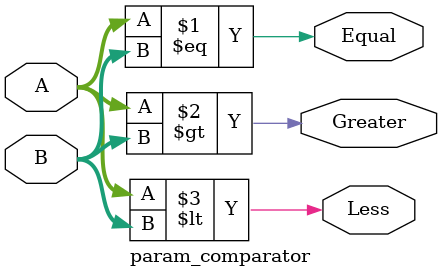
<source format=v>
module param_comparator #(
    parameter WIDTH=8
)(
    input [WIDTH-1:0] A,
    input [WIDTH-1:0] B,
    output Equal,
    output Greater,
    output Less
);
    assign Equal = (A == B);
    assign Greater = (A > B);
    assign Less = (A < B);
endmodule
</source>
